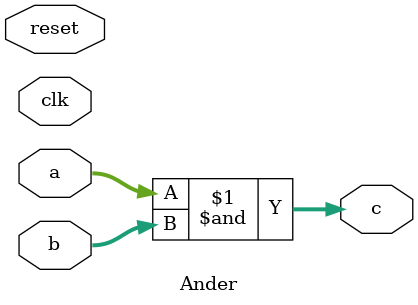
<source format=v>
module Ander #(parameter Size = 32)(
  input wire clk,
  input wire reset,
  input wire [Size-1:0] a,
  input wire [Size-1:0] b,
  output wire [Size-1:0] c
);
  assign c = a & b;
endmodule
</source>
